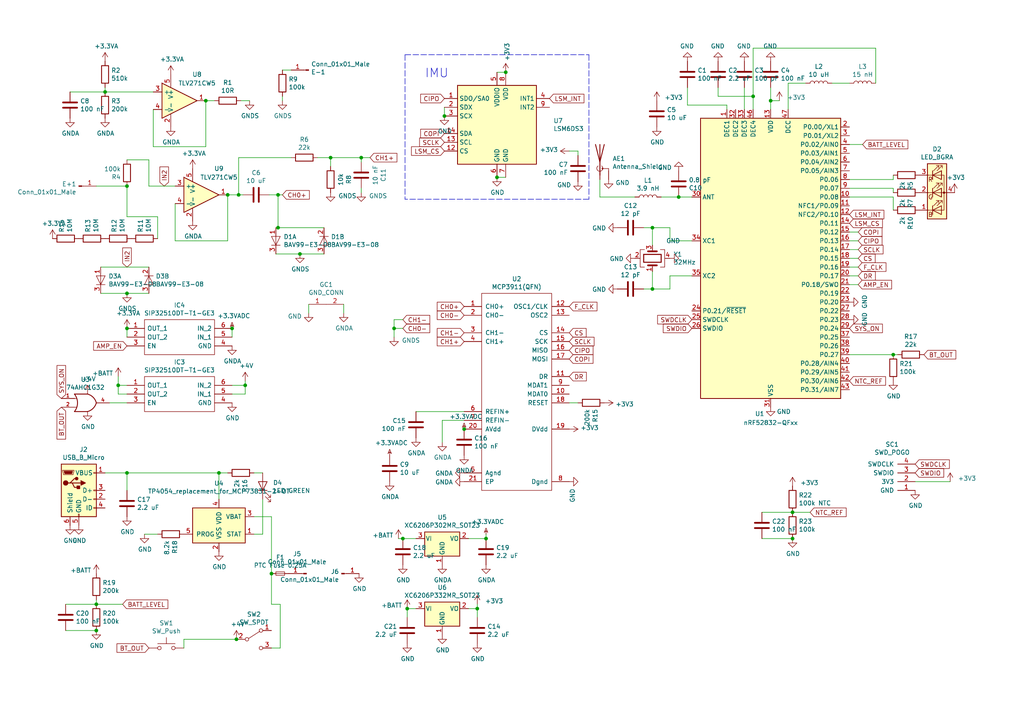
<source format=kicad_sch>
(kicad_sch (version 20211123) (generator eeschema)
  (paper "A4")
  (junction (at 95.885 45.72))
  (junction (at 229.87 148.59))
  (junction (at 104.775 45.72))
  (junction (at 86.995 73.66))
  (junction (at 68.58 185.42))
  (junction (at 36.83 137.16))
  (junction (at 36.83 95.25))
  (junction (at 140.97 156.21))
  (junction (at 229.87 156.21))
  (junction (at 223.52 29.21))
  (junction (at 30.48 26.67))
  (junction (at 36.83 85.09))
  (junction (at 259.08 102.87))
  (junction (at 27.94 182.88))
  (junction (at 27.94 175.26))
  (junction (at 114.3 95.25))
  (junction (at 78.74 166.37))
  (junction (at 218.44 27.94))
  (junction (at 34.29 111.76))
  (junction (at 69.215 56.515))
  (junction (at 36.83 53.975))
  (junction (at 63.5 137.16))
  (junction (at 146.685 20.955))
  (junction (at 67.31 95.25))
  (junction (at 66.04 56.515))
  (junction (at 134.62 124.46))
  (junction (at 71.12 111.76))
  (junction (at 118.11 176.53))
  (junction (at 116.84 156.21))
  (junction (at 189.23 83.82))
  (junction (at 144.145 51.435))
  (junction (at 189.23 66.04))
  (junction (at 80.645 56.515))
  (junction (at 128.905 33.655))
  (junction (at 138.43 176.53))
  (junction (at 196.85 57.15))
  (junction (at 80.645 66.04))
  (junction (at 59.69 29.21))
  (wire (pts (xy 43.18 46.355) (xy 43.18 53.975)))
  (wire (pts (xy 189.23 78.74) (xy 189.23 83.82)))
  (wire (pts (xy 246.38 54.61) (xy 259.08 54.61)))
  (wire (pts (xy 246.38 102.87) (xy 259.08 102.87)))
  (wire (pts (xy 246.38 82.55) (xy 248.92 82.55)))
  (wire (pts (xy 30.48 25.4) (xy 30.48 26.67)))
  (wire (pts (xy 27.94 175.26) (xy 35.56 175.26)))
  (wire (pts (xy 78.105 56.515) (xy 80.645 56.515)))
  (wire (pts (xy 63.5 137.16) (xy 66.04 137.16)))
  (wire (pts (xy 104.775 54.61) (xy 104.775 55.88)))
  (wire (pts (xy 246.38 80.01) (xy 248.92 80.01)))
  (wire (pts (xy 43.18 53.975) (xy 50.8 53.975)))
  (wire (pts (xy 223.52 25.4) (xy 223.52 29.21)))
  (wire (pts (xy 95.885 48.26) (xy 95.885 45.72)))
  (wire (pts (xy 104.775 45.72) (xy 95.885 45.72)))
  (wire (pts (xy 208.28 27.94) (xy 218.44 27.94)))
  (wire (pts (xy 81.28 187.96) (xy 81.28 175.26)))
  (wire (pts (xy 78.74 187.96) (xy 81.28 187.96)))
  (wire (pts (xy 165.1 43.815) (xy 167.64 43.815)))
  (wire (pts (xy 259.08 54.61) (xy 259.08 55.88)))
  (wire (pts (xy 76.2 144.78) (xy 76.2 154.94)))
  (wire (pts (xy 167.64 116.84) (xy 165.1 116.84)))
  (wire (pts (xy 84.455 45.72) (xy 69.215 45.72)))
  (wire (pts (xy 218.44 31.75) (xy 218.44 27.94)))
  (wire (pts (xy 45.72 154.94) (xy 41.91 154.94)))
  (wire (pts (xy 140.97 156.21) (xy 140.97 154.94)))
  (wire (pts (xy 144.145 20.955) (xy 146.685 20.955)))
  (wire (pts (xy 45.72 69.215) (xy 45.72 62.865)))
  (wire (pts (xy 69.85 29.21) (xy 72.39 29.21)))
  (wire (pts (xy 228.6 31.75) (xy 228.6 24.13)))
  (wire (pts (xy 114.3 95.25) (xy 114.3 97.79)))
  (wire (pts (xy 194.31 66.04) (xy 194.31 69.85)))
  (wire (pts (xy 275.59 139.7) (xy 265.43 139.7)))
  (wire (pts (xy 69.215 56.515) (xy 70.485 56.515)))
  (wire (pts (xy 45.72 62.865) (xy 36.83 62.865)))
  (wire (pts (xy 135.89 176.53) (xy 138.43 176.53)))
  (wire (pts (xy 186.69 66.04) (xy 189.23 66.04)))
  (wire (pts (xy 67.31 97.79) (xy 67.31 95.25)))
  (wire (pts (xy 246.38 52.07) (xy 259.08 52.07)))
  (wire (pts (xy 27.94 53.975) (xy 36.83 53.975)))
  (wire (pts (xy 210.82 30.48) (xy 210.82 31.75)))
  (wire (pts (xy 218.44 27.94) (xy 218.44 13.97)))
  (wire (pts (xy 226.06 29.21) (xy 223.52 29.21)))
  (wire (pts (xy 36.83 97.79) (xy 36.83 95.25)))
  (wire (pts (xy 80.01 73.66) (xy 86.995 73.66)))
  (wire (pts (xy 134.62 121.92) (xy 128.27 121.92)))
  (wire (pts (xy 114.3 95.25) (xy 114.3 92.71)))
  (wire (pts (xy 67.31 111.76) (xy 71.12 111.76)))
  (wire (pts (xy 134.62 119.38) (xy 120.65 119.38)))
  (wire (pts (xy 36.83 137.16) (xy 63.5 137.16)))
  (wire (pts (xy 138.43 176.53) (xy 138.43 179.07)))
  (wire (pts (xy 80.645 56.515) (xy 80.645 66.04)))
  (wire (pts (xy 189.23 83.82) (xy 194.31 83.82)))
  (wire (pts (xy 189.23 66.04) (xy 189.23 71.12)))
  (wire (pts (xy 194.31 69.85) (xy 200.66 69.85)))
  (wire (pts (xy 114.3 92.71) (xy 116.84 92.71)))
  (wire (pts (xy 81.915 27.94) (xy 81.915 29.21)))
  (wire (pts (xy 246.38 69.85) (xy 248.92 69.85)))
  (wire (pts (xy 116.84 95.25) (xy 114.3 95.25)))
  (wire (pts (xy 67.31 114.3) (xy 71.12 114.3)))
  (wire (pts (xy 63.5 137.16) (xy 63.5 144.78)))
  (wire (pts (xy 36.83 46.355) (xy 43.18 46.355)))
  (wire (pts (xy 241.3 24.13) (xy 246.38 24.13)))
  (wire (pts (xy 31.75 116.84) (xy 36.83 116.84)))
  (wire (pts (xy 223.52 29.21) (xy 223.52 31.75)))
  (wire (pts (xy 128.27 121.92) (xy 128.27 128.27)))
  (wire (pts (xy 135.89 156.21) (xy 140.97 156.21)))
  (wire (pts (xy 246.38 74.93) (xy 248.92 74.93)))
  (wire (pts (xy 66.04 56.515) (xy 69.215 56.515)))
  (wire (pts (xy 104.775 46.99) (xy 104.775 45.72)))
  (wire (pts (xy 218.44 13.97) (xy 254 13.97)))
  (wire (pts (xy 19.05 175.26) (xy 27.94 175.26)))
  (wire (pts (xy 186.69 83.82) (xy 189.23 83.82)))
  (wire (pts (xy 73.66 137.16) (xy 76.2 137.16)))
  (wire (pts (xy 173.99 57.15) (xy 184.15 57.15)))
  (wire (pts (xy 30.48 26.67) (xy 44.45 26.67)))
  (wire (pts (xy 146.685 51.435) (xy 144.145 51.435)))
  (wire (pts (xy 36.83 111.76) (xy 34.29 111.76)))
  (wire (pts (xy 200.66 80.01) (xy 194.31 80.01)))
  (wire (pts (xy 80.645 66.04) (xy 93.98 66.04)))
  (wire (pts (xy 76.2 154.94) (xy 73.66 154.94)))
  (wire (pts (xy 81.28 175.26) (xy 78.74 175.26)))
  (wire (pts (xy 89.535 88.265) (xy 89.535 90.805)))
  (wire (pts (xy 246.38 72.39) (xy 248.92 72.39)))
  (wire (pts (xy 259.08 52.07) (xy 259.08 50.8)))
  (wire (pts (xy 138.43 176.53) (xy 138.43 175.26)))
  (polyline (pts (xy 170.815 57.785) (xy 117.475 57.785)))
  (wire (pts (xy 208.28 27.94) (xy 208.28 25.4)))
  (wire (pts (xy 215.9 25.4) (xy 215.9 31.75)))
  (wire (pts (xy 20.32 26.67) (xy 30.48 26.67)))
  (wire (pts (xy 120.65 156.21) (xy 116.84 156.21)))
  (wire (pts (xy 259.08 102.87) (xy 260.35 102.87)))
  (wire (pts (xy 71.12 111.76) (xy 71.12 110.49)))
  (wire (pts (xy 259.08 57.15) (xy 259.08 60.96)))
  (wire (pts (xy 246.38 67.31) (xy 248.92 67.31)))
  (wire (pts (xy 120.65 176.53) (xy 118.11 176.53)))
  (wire (pts (xy 84.455 20.32) (xy 81.915 20.32)))
  (wire (pts (xy 36.83 85.09) (xy 43.18 85.09)))
  (wire (pts (xy 86.995 73.66) (xy 93.98 73.66)))
  (wire (pts (xy 36.83 114.3) (xy 34.29 114.3)))
  (wire (pts (xy 194.31 80.01) (xy 194.31 83.82)))
  (wire (pts (xy 107.315 45.72) (xy 104.775 45.72)))
  (wire (pts (xy 44.45 31.75) (xy 44.45 42.545)))
  (wire (pts (xy 29.21 77.47) (xy 43.18 77.47)))
  (wire (pts (xy 29.21 85.09) (xy 36.83 85.09)))
  (wire (pts (xy 118.11 176.53) (xy 118.11 179.07)))
  (wire (pts (xy 99.695 88.265) (xy 99.695 90.805)))
  (wire (pts (xy 80.01 66.04) (xy 80.645 66.04)))
  (wire (pts (xy 196.85 57.15) (xy 200.66 57.15)))
  (wire (pts (xy 80.645 56.515) (xy 81.915 56.515)))
  (wire (pts (xy 189.23 66.04) (xy 194.31 66.04)))
  (wire (pts (xy 229.87 148.59) (xy 234.95 148.59)))
  (wire (pts (xy 19.05 182.88) (xy 27.94 182.88)))
  (wire (pts (xy 59.69 29.21) (xy 62.23 29.21)))
  (wire (pts (xy 36.83 142.24) (xy 36.83 137.16)))
  (wire (pts (xy 50.8 69.85) (xy 66.04 69.85)))
  (wire (pts (xy 78.74 149.86) (xy 78.74 166.37)))
  (wire (pts (xy 246.38 77.47) (xy 248.92 77.47)))
  (wire (pts (xy 59.69 42.545) (xy 59.69 29.21)))
  (wire (pts (xy 246.38 41.91) (xy 250.19 41.91)))
  (wire (pts (xy 167.64 45.085) (xy 167.64 43.815)))
  (wire (pts (xy 27.94 173.99) (xy 27.94 175.26)))
  (wire (pts (xy 92.075 45.72) (xy 95.885 45.72)))
  (wire (pts (xy 116.84 156.21) (xy 115.57 156.21)))
  (wire (pts (xy 73.66 149.86) (xy 78.74 149.86)))
  (wire (pts (xy 34.29 111.76) (xy 34.29 109.22)))
  (wire (pts (xy 228.6 24.13) (xy 233.68 24.13)))
  (wire (pts (xy 30.48 137.16) (xy 36.83 137.16)))
  (wire (pts (xy 246.38 57.15) (xy 259.08 57.15)))
  (wire (pts (xy 173.99 57.15) (xy 173.99 52.07)))
  (wire (pts (xy 68.58 185.42) (xy 53.34 185.42)))
  (wire (pts (xy 220.98 148.59) (xy 229.87 148.59)))
  (wire (pts (xy 44.45 42.545) (xy 59.69 42.545)))
  (wire (pts (xy 199.39 25.4) (xy 199.39 30.48)))
  (wire (pts (xy 220.98 156.21) (xy 229.87 156.21)))
  (polyline (pts (xy 117.475 15.875) (xy 117.475 57.785)))
  (wire (pts (xy 50.8 59.055) (xy 50.8 69.85)))
  (wire (pts (xy 36.83 62.865) (xy 36.83 53.975)))
  (wire (pts (xy 199.39 30.48) (xy 210.82 30.48)))
  (polyline (pts (xy 117.475 15.875) (xy 170.815 15.875)))
  (wire (pts (xy 78.74 175.26) (xy 78.74 166.37)))
  (wire (pts (xy 71.12 114.3) (xy 71.12 111.76)))
  (wire (pts (xy 254 13.97) (xy 254 24.13)))
  (wire (pts (xy 128.905 31.115) (xy 128.905 33.655)))
  (wire (pts (xy 34.29 114.3) (xy 34.29 111.76)))
  (wire (pts (xy 66.04 69.85) (xy 66.04 56.515)))
  (wire (pts (xy 69.215 45.72) (xy 69.215 56.515)))
  (wire (pts (xy 191.77 57.15) (xy 196.85 57.15)))
  (polyline (pts (xy 170.815 15.875) (xy 170.815 57.785)))
  (wire (pts (xy 53.34 185.42) (xy 53.34 187.96)))
  (text "IMU" (at 123.19 22.86 0) (effects (font (size 2.54 2.54)) (justify left bottom)))
  (global_label "F_CLK" (shape input) (at 248.92 77.47 0) (property "Intersheet References" "${INTERSHEET_REFS}" (effects hide)))
  (global_label "AMP_EN" (shape input) (at 248.92 82.55 0) (property "Intersheet References" "${INTERSHEET_REFS}" (effects hide)))
  (global_label "BT_OUT" (shape input) (at 43.18 187.96 180) (property "Intersheet References" "${INTERSHEET_REFS}" (effects hide)))
  (global_label "SCLK" (shape input) (at 248.92 72.39 0) (property "Intersheet References" "${INTERSHEET_REFS}" (effects hide)))
  (global_label "BT_OUT" (shape input) (at 267.97 102.87 0) (property "Intersheet References" "${INTERSHEET_REFS}" (effects hide)))
  (global_label "DR" (shape input) (at 248.92 80.01 0) (property "Intersheet References" "${INTERSHEET_REFS}" (effects hide)))
  (global_label "SWDIO" (shape input) (at 265.43 137.16 0) (property "Intersheet References" "${INTERSHEET_REFS}" (effects hide)))
  (global_label "COPI" (shape input) (at 248.92 67.31 0) (property "Intersheet References" "${INTERSHEET_REFS}" (effects hide)))
  (global_label "AMP_EN" (shape input) (at 36.83 100.33 180) (property "Intersheet References" "${INTERSHEET_REFS}" (effects hide)))
  (global_label "CH0+" (shape input) (at 81.915 56.515 0) (property "Intersheet References" "${INTERSHEET_REFS}" (effects hide)))
  (global_label "CS" (shape input) (at 248.92 74.93 0) (property "Intersheet References" "${INTERSHEET_REFS}" (effects hide)))
  (global_label "BATT_LEVEL" (shape input) (at 35.56 175.26 0) (property "Intersheet References" "${INTERSHEET_REFS}" (effects hide)))
  (global_label "SWDIO" (shape input) (at 200.66 95.25 180) (property "Intersheet References" "${INTERSHEET_REFS}" (effects hide)))
  (global_label "F_CLK" (shape input) (at 165.1 88.9 0) (property "Intersheet References" "${INTERSHEET_REFS}" (effects hide)))
  (global_label "SWDCLK" (shape input) (at 200.66 92.71 180) (property "Intersheet References" "${INTERSHEET_REFS}" (effects hide)))
  (global_label "CIPO" (shape input) (at 165.1 101.6 0) (property "Intersheet References" "${INTERSHEET_REFS}" (effects hide)))
  (global_label "SYS_ON" (shape input) (at 17.78 115.57 90) (property "Intersheet References" "${INTERSHEET_REFS}" (effects hide)))
  (global_label "CIPO" (shape input) (at 248.92 69.85 0) (property "Intersheet References" "${INTERSHEET_REFS}" (effects hide)))
  (global_label "CH0-" (shape input) (at 116.84 95.25 0) (property "Intersheet References" "${INTERSHEET_REFS}" (effects hide)))
  (global_label "CH1+" (shape input) (at 134.62 99.06 180) (property "Intersheet References" "${INTERSHEET_REFS}" (effects hide)))
  (global_label "LSM_INT" (shape input) (at 159.385 28.575 0) (property "Intersheet References" "${INTERSHEET_REFS}" (effects hide)))
  (global_label "LSM_CS" (shape input) (at 246.38 64.77 0) (property "Intersheet References" "${INTERSHEET_REFS}" (effects hide)))
  (global_label "SCLK" (shape input) (at 128.905 41.275 180) (property "Intersheet References" "${INTERSHEET_REFS}" (effects hide)))
  (global_label "IN2" (shape input) (at 47.625 53.975 90) (property "Intersheet References" "${INTERSHEET_REFS}" (effects hide)))
  (global_label "CH1+" (shape input) (at 107.315 45.72 0) (property "Intersheet References" "${INTERSHEET_REFS}" (effects hide)))
  (global_label "SCLK" (shape input) (at 165.1 99.06 0) (property "Intersheet References" "${INTERSHEET_REFS}" (effects hide)))
  (global_label "CH1-" (shape input) (at 116.84 92.71 0) (property "Intersheet References" "${INTERSHEET_REFS}" (effects hide)))
  (global_label "DR" (shape input) (at 165.1 109.22 0) (property "Intersheet References" "${INTERSHEET_REFS}" (effects hide)))
  (global_label "CH0+" (shape input) (at 134.62 88.9 180) (property "Intersheet References" "${INTERSHEET_REFS}" (effects hide)))
  (global_label "COPI" (shape input) (at 165.1 104.14 0) (property "Intersheet References" "${INTERSHEET_REFS}" (effects hide)))
  (global_label "BATT_LEVEL" (shape input) (at 250.19 41.91 0) (property "Intersheet References" "${INTERSHEET_REFS}" (effects hide)))
  (global_label "CH0-" (shape input) (at 134.62 91.44 180) (property "Intersheet References" "${INTERSHEET_REFS}" (effects hide)))
  (global_label "CS" (shape input) (at 165.1 96.52 0) (property "Intersheet References" "${INTERSHEET_REFS}" (effects hide)))
  (global_label "NTC_REF" (shape input) (at 234.95 148.59 0) (property "Intersheet References" "${INTERSHEET_REFS}" (effects hide)))
  (global_label "IN2" (shape input) (at 36.83 77.47 90) (property "Intersheet References" "${INTERSHEET_REFS}" (effects hide)))
  (global_label "LSM_CS" (shape input) (at 128.905 43.815 180) (property "Intersheet References" "${INTERSHEET_REFS}" (effects hide)))
  (global_label "CH1-" (shape input) (at 134.62 96.52 180) (property "Intersheet References" "${INTERSHEET_REFS}" (effects hide)))
  (global_label "CIPO" (shape input) (at 128.905 28.575 180) (property "Intersheet References" "${INTERSHEET_REFS}" (effects hide)))
  (global_label "SWDCLK" (shape input) (at 265.43 134.62 0) (property "Intersheet References" "${INTERSHEET_REFS}" (effects hide)))
  (global_label "COPI" (shape input) (at 128.905 38.735 180) (property "Intersheet References" "${INTERSHEET_REFS}" (effects hide)))
  (global_label "NTC_REF" (shape input) (at 246.38 110.49 0) (property "Intersheet References" "${INTERSHEET_REFS}" (effects hide)))
  (global_label "BT_OUT" (shape input) (at 17.78 118.11 270) (property "Intersheet References" "${INTERSHEET_REFS}" (effects hide)))
  (global_label "LSM_INT" (shape input) (at 246.38 62.23 0) (property "Intersheet References" "${INTERSHEET_REFS}" (effects hide)))
  (global_label "SYS_ON" (shape input) (at 246.38 95.25 0) (property "Intersheet References" "${INTERSHEET_REFS}" (effects hide)))
  (symbol (lib_id "ultimate_library:nRF52832-QFxx") (at 223.52 74.93 0) (unit 1)
    (property "Reference" "U1" (at 220.345 120.015 0))
    (property "Value" "nRF52832-QFxx" (at 223.52 122.6058 0))
    (property "Footprint" "ultimate_library:QFN-48-1EP_6x6mm_Pitch0.4mm" (effects hide))
    (property "Datasheet" "http://infocenter.nordicsemi.com/pdf/nRF52832_PS_v1.4.pdf" (effects hide))
    (property "JLCPN" "C77540" (effects hide))
  )
  (symbol (lib_id "ultimate_library:MCP1703A-3302_SOT23-Regulator_Linear") (at 128.27 176.53 0) (unit 1)
    (property "Reference" "U6" (at 128.27 170.3832 0))
    (property "Value" "XC6206P332MR_SOT23" (at 128.27 172.6946 0))
    (property "Footprint" "Package_TO_SOT_SMD:SOT-23" (effects hide))
    (property "Datasheet" "http://ww1.microchip.com/downloads/en/DeviceDoc/20005122B.pdf" (effects hide))
    (property "JLCPN" "C5446" (effects hide))
  )
  (symbol (lib_id "Device:C") (at 208.28 21.59 180) (unit 1)
    (property "Reference" "C2" (at 211.201 20.4216 0) (effects (justify right)))
    (property "Value" "2.2 uF" (at 211.201 22.733 0) (effects (justify right)))
    (property "Footprint" "Capacitor_SMD:C_0402_1005Metric" (effects hide))
    (property "JLCPN" "C12530" (effects hide))
  )
  (symbol (lib_id "Device:C") (at 215.9 21.59 180) (unit 1)
    (property "Reference" "C3" (at 218.821 20.4216 0) (effects (justify right)))
    (property "Value" "100 pF" (at 218.821 22.733 0) (effects (justify right)))
    (property "Footprint" "Capacitor_SMD:C_0402_1005Metric" (effects hide))
    (property "JLCPN" "C106200" (effects hide))
  )
  (symbol (lib_id "Device:C") (at 223.52 21.59 180) (unit 1)
    (property "Reference" "C4" (at 226.441 20.4216 0) (effects (justify right)))
    (property "Value" "100 nF" (at 226.441 22.733 0) (effects (justify right)))
    (property "Footprint" "Capacitor_SMD:C_0402_1005Metric" (effects hide))
    (property "JLCPN" "C1525" (effects hide))
  )
  (symbol (lib_id "Device:C") (at 199.39 21.59 180) (unit 1)
    (property "Reference" "C1" (at 202.311 20.4216 0) (effects (justify right)))
    (property "Value" "100 nF" (at 202.311 22.733 0) (effects (justify right)))
    (property "Footprint" "Capacitor_SMD:C_0402_1005Metric" (effects hide))
    (property "JLCPN" "C1525" (effects hide))
  )
  (symbol (lib_id "power:+3.3V") (at 138.43 175.26 0) (unit 1)
    (property "Reference" "#PWR061" (effects hide))
    (property "Value" "+3.3V" (at 140.6652 174.3202 0) (effects (justify left)))
  )
  (symbol (lib_id "Device:C") (at 118.11 182.88 180) (unit 1)
    (property "Reference" "C21" (at 115.2144 181.7116 0) (effects (justify left)))
    (property "Value" "2.2 uF" (at 115.2144 184.023 0) (effects (justify left)))
    (property "Footprint" "Capacitor_SMD:C_0402_1005Metric" (effects hide))
    (property "JLCPN" "C12530" (effects hide))
  )
  (symbol (lib_id "Device:C") (at 138.43 182.88 180) (unit 1)
    (property "Reference" "C14" (at 141.351 181.7116 0) (effects (justify right)))
    (property "Value" "2.2 uF" (at 141.351 184.023 0) (effects (justify right)))
    (property "Footprint" "Capacitor_SMD:C_0402_1005Metric" (effects hide))
    (property "JLCPN" "C12530" (effects hide))
  )
  (symbol (lib_id "Device:C") (at 182.88 66.04 90) (unit 1)
    (property "Reference" "C12" (at 182.88 59.6392 90))
    (property "Value" "12 pF" (at 182.88 61.9506 90))
    (property "Footprint" "Capacitor_SMD:C_0402_1005Metric" (effects hide))
    (property "JLCPN" "C1547" (effects hide))
  )
  (symbol (lib_id "Device:C") (at 182.88 83.82 90) (unit 1)
    (property "Reference" "C13" (at 182.88 77.4192 90))
    (property "Value" "12 pF" (at 182.88 79.7306 90))
    (property "Footprint" "Capacitor_SMD:C_0402_1005Metric" (effects hide))
    (property "JLCPN" "C1547" (effects hide))
  )
  (symbol (lib_id "power:GND") (at 223.52 118.11 0) (unit 1)
    (property "Reference" "#PWR036" (effects hide))
    (property "Value" "GND" (at 227.33 119.38 0))
  )
  (symbol (lib_id "power:GND") (at 179.07 83.82 270) (unit 1)
    (property "Reference" "#PWR028" (effects hide))
    (property "Value" "GND" (at 175.8188 83.947 90) (effects (justify right)))
  )
  (symbol (lib_id "power:GND") (at 179.07 66.04 270) (unit 1)
    (property "Reference" "#PWR024" (effects hide))
    (property "Value" "GND" (at 175.8188 66.167 90) (effects (justify right)))
  )
  (symbol (lib_id "power:GND") (at 199.39 17.78 180) (unit 1)
    (property "Reference" "#PWR02" (effects hide))
    (property "Value" "GND" (at 199.263 13.3858 0))
  )
  (symbol (lib_id "power:GND") (at 208.28 17.78 180) (unit 1)
    (property "Reference" "#PWR03" (effects hide))
    (property "Value" "GND" (at 208.153 13.3858 0))
  )
  (symbol (lib_id "power:GND") (at 215.9 17.78 180) (unit 1)
    (property "Reference" "#PWR04" (effects hide))
    (property "Value" "GND" (at 215.773 13.3858 0))
  )
  (symbol (lib_id "power:GND") (at 223.52 17.78 180) (unit 1)
    (property "Reference" "#PWR05" (effects hide))
    (property "Value" "GND" (at 223.393 13.3858 0))
  )
  (symbol (lib_id "power:GND") (at 184.15 74.93 270) (unit 1)
    (property "Reference" "#PWR026" (effects hide))
    (property "Value" "GND" (at 180.8988 75.057 90) (effects (justify right)))
  )
  (symbol (lib_id "power:GND") (at 194.31 74.93 90) (unit 1)
    (property "Reference" "#PWR027" (effects hide))
    (property "Value" "GND" (at 195.2498 69.85 90))
  )
  (symbol (lib_id "Device:Crystal_GND24") (at 189.23 74.93 90) (unit 1)
    (property "Reference" "Y1" (at 195.3514 73.7616 90) (effects (justify right)))
    (property "Value" "32MHz" (at 195.3514 76.073 90) (effects (justify right)))
    (property "Footprint" "Crystal:Crystal_SMD_2016-4Pin_2.0x1.6mm" (effects hide))
    (property "JLCPN" "C843260" (effects hide))
  )
  (symbol (lib_id "Device:C") (at 196.85 53.34 0) (mirror x) (unit 1)
    (property "Reference" "C10" (at 199.771 54.5084 0) (effects (justify left)))
    (property "Value" "0.8 pF" (at 199.771 52.197 0) (effects (justify left)))
    (property "Footprint" "Capacitor_SMD:C_0402_1005Metric" (effects hide))
    (property "JLCPN" "C88902" (effects hide))
  )
  (symbol (lib_id "Device:L") (at 187.96 57.15 90) (unit 1)
    (property "Reference" "L1" (at 187.96 52.324 90))
    (property "Value" "3.9 nH" (at 187.96 54.6354 90))
    (property "Footprint" "Inductor_SMD:L_0402_1005Metric" (effects hide))
    (property "JLCPN" "C14033" (effects hide))
  )
  (symbol (lib_id "power:GND") (at 196.85 49.53 0) (mirror x) (unit 1)
    (property "Reference" "#PWR019" (effects hide))
    (property "Value" "GND" (at 194.8688 48.5902 0) (effects (justify right)))
  )
  (symbol (lib_id "power:GND") (at 118.11 186.69 0) (unit 1)
    (property "Reference" "#PWR066" (effects hide))
    (property "Value" "GND" (at 118.237 191.0842 0))
  )
  (symbol (lib_id "power:GND") (at 138.43 186.69 0) (unit 1)
    (property "Reference" "#PWR067" (effects hide))
    (property "Value" "GND" (at 138.557 191.0842 0))
  )
  (symbol (lib_id "power:+BATT") (at 118.11 176.53 0) (unit 1)
    (property "Reference" "#PWR062" (effects hide))
    (property "Value" "+BATT" (at 116.6622 175.5902 0) (effects (justify right)))
  )
  (symbol (lib_id "power:GND") (at 128.27 184.15 0) (unit 1)
    (property "Reference" "#PWR064" (effects hide))
    (property "Value" "GND" (at 128.397 188.5442 0))
  )
  (symbol (lib_id "Device:R") (at 262.89 50.8 270) (unit 1)
    (property "Reference" "R5" (at 264.0584 52.578 0) (effects (justify left)))
    (property "Value" "2k" (at 261.747 52.578 0) (effects (justify left)))
    (property "Footprint" "Resistor_SMD:R_0402_1005Metric" (effects hide))
    (property "JLCPN" "C4109" (effects hide))
  )
  (symbol (lib_id "power:GND") (at 165.1 139.7 90) (unit 1)
    (property "Reference" "#PWR046" (effects hide))
    (property "Value" "GND" (at 166.0398 141.6812 0) (effects (justify right)))
  )
  (symbol (lib_id "power:GNDA") (at 134.62 137.16 270) (unit 1)
    (property "Reference" "#PWR044" (effects hide))
    (property "Value" "GNDA" (at 131.3942 137.287 90) (effects (justify right)))
  )
  (symbol (lib_id "ultimate_library:MCP1703A-3302_SOT23-Regulator_Linear") (at 128.27 156.21 0) (unit 1)
    (property "Reference" "U5" (at 128.27 150.0632 0))
    (property "Value" "XC6206P302MR_SOT23" (at 128.27 152.3746 0))
    (property "Footprint" "Package_TO_SOT_SMD:SOT-23" (effects hide))
    (property "Datasheet" "http://ww1.microchip.com/downloads/en/DeviceDoc/20005122B.pdf" (effects hide))
    (property "JLCPN" "C9972" (effects hide))
  )
  (symbol (lib_id "power:GNDA") (at 128.27 163.83 0) (unit 1)
    (property "Reference" "#PWR057" (effects hide))
    (property "Value" "GNDA" (at 128.397 168.2242 0))
  )
  (symbol (lib_id "power:GNDA") (at 140.97 163.83 0) (unit 1)
    (property "Reference" "#PWR058" (effects hide))
    (property "Value" "GNDA" (at 141.097 168.2242 0))
  )
  (symbol (lib_id "Device:C") (at 140.97 160.02 180) (unit 1)
    (property "Reference" "C19" (at 143.891 158.8516 0) (effects (justify right)))
    (property "Value" "2.2 uF" (at 143.891 161.163 0) (effects (justify right)))
    (property "Footprint" "Capacitor_SMD:C_0402_1005Metric" (effects hide))
    (property "JLCPN" "C12530" (effects hide))
  )
  (symbol (lib_id "Device:R") (at 81.915 24.13 180) (unit 1)
    (property "Reference" "R9" (at 83.693 22.9616 0) (effects (justify right)))
    (property "Value" "100k" (at 83.693 25.273 0) (effects (justify right)))
    (property "Footprint" "Resistor_SMD:R_0402_1005Metric" (effects hide))
    (property "JLCPN" "C25741" (effects hide))
  )
  (symbol (lib_id "Device:C") (at 116.84 160.02 180) (unit 1)
    (property "Reference" "C18" (at 119.761 158.8516 0) (effects (justify right)))
    (property "Value" "2.2 uF" (at 119.761 161.163 0) (effects (justify right)))
    (property "Footprint" "Capacitor_SMD:C_0402_1005Metric" (effects hide))
    (property "JLCPN" "C12530" (effects hide))
  )
  (symbol (lib_id "power:GND") (at 116.84 163.83 0) (unit 1)
    (property "Reference" "#PWR056" (effects hide))
    (property "Value" "GND" (at 116.967 168.2242 0))
  )
  (symbol (lib_id "Device:C") (at 120.65 123.19 180) (unit 1)
    (property "Reference" "C15" (at 117.729 122.0216 0) (effects (justify left)))
    (property "Value" "100 nF" (at 117.729 124.333 0) (effects (justify left)))
    (property "Footprint" "Capacitor_SMD:C_0402_1005Metric" (effects hide))
    (property "JLCPN" "C1525" (effects hide))
  )
  (symbol (lib_id "power:GNDA") (at 120.65 127 0) (unit 1)
    (property "Reference" "#PWR040" (effects hide))
    (property "Value" "GNDA" (at 120.777 131.3942 0))
  )
  (symbol (lib_id "power:GNDS") (at 72.39 29.21 0) (unit 1)
    (property "Reference" "#PWR01" (effects hide))
    (property "Value" "GNDS" (at 72.517 33.6042 0))
  )
  (symbol (lib_id "Device:R") (at 66.04 29.21 270) (unit 1)
    (property "Reference" "R1" (at 66.04 23.9522 90))
    (property "Value" "10R" (at 66.04 26.2636 90))
    (property "Footprint" "Resistor_SMD:R_0402_1005Metric" (effects hide))
    (property "JLCPN" "C25077" (effects hide))
  )
  (symbol (lib_id "Device:R") (at 30.48 21.59 180) (unit 1)
    (property "Reference" "R2" (at 32.258 20.4216 0) (effects (justify right)))
    (property "Value" "510k" (at 32.258 22.733 0) (effects (justify right)))
    (property "Footprint" "Resistor_SMD:R_0402_1005Metric" (effects hide))
    (property "JLCPN" "C11616" (effects hide))
  )
  (symbol (lib_id "Switch:SW_SPDT") (at 73.66 185.42 0) (unit 1)
    (property "Reference" "SW2" (at 73.66 178.181 0))
    (property "Value" "SW_SPDT" (at 73.66 180.4924 0))
    (property "Footprint" "Button_Switch_SMD:SW_SPDT_PCM12" (effects hide))
  )
  (symbol (lib_id "Device:R") (at 30.48 30.48 180) (unit 1)
    (property "Reference" "R3" (at 32.258 29.3116 0) (effects (justify right)))
    (property "Value" "200k" (at 32.258 31.623 0) (effects (justify right)))
    (property "Footprint" "Resistor_SMD:R_0402_1005Metric" (effects hide))
    (property "JLCPN" "C25764" (effects hide))
  )
  (symbol (lib_id "Device:C") (at 20.32 30.48 180) (unit 1)
    (property "Reference" "C8" (at 23.241 29.3116 0) (effects (justify right)))
    (property "Value" "100 nF" (at 23.241 31.623 0) (effects (justify right)))
    (property "Footprint" "Capacitor_SMD:C_0402_1005Metric" (effects hide))
    (property "JLCPN" "C1525" (effects hide))
  )
  (symbol (lib_id "power:+3.3VA") (at 30.48 17.78 0) (unit 1)
    (property "Reference" "#PWR08" (effects hide))
    (property "Value" "+3.3VA" (at 30.861 13.3858 0))
  )
  (symbol (lib_id "Device:R") (at 27.94 179.07 0) (unit 1)
    (property "Reference" "R20" (at 29.718 177.9016 0) (effects (justify left)))
    (property "Value" "100k" (at 29.718 180.213 0) (effects (justify left)))
    (property "Footprint" "Resistor_SMD:R_0402_1005Metric" (effects hide))
    (property "JLCPN" "C25741" (effects hide))
  )
  (symbol (lib_id "Device:R") (at 27.94 170.18 0) (unit 1)
    (property "Reference" "R19" (at 29.718 169.0116 0) (effects (justify left)))
    (property "Value" "200k" (at 29.718 171.323 0) (effects (justify left)))
    (property "Footprint" "Resistor_SMD:R_0402_1005Metric" (effects hide))
    (property "JLCPN" "C25764" (effects hide))
  )
  (symbol (lib_id "power:+BATT") (at 27.94 166.37 0) (unit 1)
    (property "Reference" "#PWR059" (effects hide))
    (property "Value" "+BATT" (at 26.4922 165.4302 0) (effects (justify right)))
  )
  (symbol (lib_id "Device:C") (at 74.295 56.515 90) (unit 1)
    (property "Reference" "C6" (at 74.295 50.1142 90))
    (property "Value" "10 uF" (at 74.295 52.4256 90))
    (property "Footprint" "Capacitor_SMD:C_0402_1005Metric" (effects hide))
    (property "JLCPN" "C315248" (effects hide))
  )
  (symbol (lib_id "Device:C") (at 19.05 179.07 180) (unit 1)
    (property "Reference" "C20" (at 21.971 177.9016 0) (effects (justify right)))
    (property "Value" "100 nF" (at 21.971 180.213 0) (effects (justify right)))
    (property "Footprint" "Capacitor_SMD:C_0402_1005Metric" (effects hide))
    (property "JLCPN" "C1525" (effects hide))
  )
  (symbol (lib_id "power:GNDA") (at 30.48 34.29 0) (unit 1)
    (property "Reference" "#PWR017" (effects hide))
    (property "Value" "GNDA" (at 30.607 38.6842 0))
  )
  (symbol (lib_id "power:GNDA") (at 20.32 34.29 0) (unit 1)
    (property "Reference" "#PWR016" (effects hide))
    (property "Value" "GNDA" (at 20.447 38.6842 0))
  )
  (symbol (lib_id "power:GND") (at 27.94 182.88 0) (unit 1)
    (property "Reference" "#PWR063" (effects hide))
    (property "Value" "GND" (at 28.067 187.2742 0))
  )
  (symbol (lib_id "power:GND") (at 265.43 142.24 0) (unit 1)
    (property "Reference" "#PWR047" (effects hide))
    (property "Value" "GND" (at 265.557 146.6342 0))
  )
  (symbol (lib_id "power:+3.3V") (at 275.59 139.7 0) (unit 1)
    (property "Reference" "#PWR043" (effects hide))
    (property "Value" "+3.3V" (at 277.8252 138.7602 0) (effects (justify left)))
  )
  (symbol (lib_id "power:GNDS") (at 114.3 97.79 0) (unit 1)
    (property "Reference" "#PWR029" (effects hide))
    (property "Value" "GNDS" (at 116.5352 98.7298 0) (effects (justify left)))
  )
  (symbol (lib_id "Device:R") (at 262.89 55.88 270) (unit 1)
    (property "Reference" "R7" (at 264.0584 57.658 0) (effects (justify left)))
    (property "Value" "2k" (at 261.747 57.658 0) (effects (justify left)))
    (property "Footprint" "Resistor_SMD:R_0402_1005Metric" (effects hide))
    (property "JLCPN" "C4109" (effects hide))
  )
  (symbol (lib_id "Device:R") (at 262.89 60.96 270) (unit 1)
    (property "Reference" "R10" (at 264.0584 62.738 0) (effects (justify left)))
    (property "Value" "2k" (at 261.747 62.738 0) (effects (justify left)))
    (property "Footprint" "Resistor_SMD:R_0402_1005Metric" (effects hide))
    (property "JLCPN" "C4109" (effects hide))
  )
  (symbol (lib_id "power:+3.3V") (at 276.86 55.88 0) (unit 1)
    (property "Reference" "#PWR020" (effects hide))
    (property "Value" "+3.3V" (at 277.241 51.4858 0))
  )
  (symbol (lib_id "power:GNDS") (at 81.915 29.21 0) (unit 1)
    (property "Reference" "#PWR023" (effects hide))
    (property "Value" "GNDS" (at 82.042 33.6042 0))
  )
  (symbol (lib_id "Device:R") (at 171.45 116.84 90) (unit 1)
    (property "Reference" "R15" (at 172.6184 118.618 0) (effects (justify right)))
    (property "Value" "200k" (at 170.307 118.618 0) (effects (justify right)))
    (property "Footprint" "Resistor_SMD:R_0402_1005Metric" (effects hide))
    (property "JLCPN" "C25764" (effects hide))
  )
  (symbol (lib_id "power:+3.3V") (at 175.26 116.84 270) (unit 1)
    (property "Reference" "#PWR034" (effects hide))
    (property "Value" "+3.3V" (at 178.5112 117.221 90) (effects (justify left)))
  )
  (symbol (lib_id "Connector:Conn_01x01_Male") (at 88.9 166.37 180) (unit 1)
    (property "Reference" "J5" (at 86.1822 160.655 0))
    (property "Value" "Conn_01x01_Male" (at 86.1822 162.9664 0))
    (property "Footprint" "Pin_Headers:Pin_Header_Straight_1x01_Pitch2.54mm" (effects hide))
  )
  (symbol (lib_id "Switch:SW_Push") (at 48.26 187.96 0) (unit 1)
    (property "Reference" "SW1" (at 48.26 180.721 0))
    (property "Value" "SW_Push" (at 48.26 183.0324 0))
    (property "Footprint" "ultimate_library:BTN_HY_1185" (effects hide))
  )
  (symbol (lib_id "Connector:Conn_01x01_Male") (at 22.86 53.975 0) (unit 1)
    (property "Reference" "E+1" (at 22.1488 53.3908 0) (effects (justify right)))
    (property "Value" "Conn_01x01_Male" (at 22.1488 55.7022 0) (effects (justify right)))
    (property "Footprint" "Connector_PinHeader_2.54mm:PinHeader_1x01_P2.54mm_Vertical" (effects hide))
  )
  (symbol (lib_id "Connector:Conn_01x01_Male") (at 89.535 20.32 180) (unit 1)
    (property "Reference" "E-1" (at 90.2462 20.9042 0) (effects (justify right)))
    (property "Value" "Conn_01x01_Male" (at 90.2462 18.5928 0) (effects (justify right)))
    (property "Footprint" "Connector_PinHeader_2.54mm:PinHeader_1x01_P2.54mm_Vertical" (effects hide))
  )
  (symbol (lib_id "power:+3.3V") (at 226.06 29.21 0) (unit 1)
    (property "Reference" "#PWR010" (effects hide))
    (property "Value" "+3.3V" (at 228.2952 28.2702 0) (effects (justify left)))
  )
  (symbol (lib_id "power:+BATT") (at 34.29 109.22 0) (unit 1)
    (property "Reference" "#PWR065" (effects hide))
    (property "Value" "+BATT" (at 32.8422 108.2802 0) (effects (justify right)))
  )
  (symbol (lib_id "Connector:USB_B_Micro") (at 22.86 142.24 0) (unit 1)
    (property "Reference" "J2" (at 24.257 130.3782 0))
    (property "Value" "USB_B_Micro" (at 24.257 132.6896 0))
    (property "Footprint" "ultimate_library:conn_usb_B_micro_smd_our" (effects hide))
  )
  (symbol (lib_id "power:GND") (at 22.86 152.4 0) (unit 1)
    (property "Reference" "#PWR050" (effects hide))
    (property "Value" "GND" (at 22.987 156.7942 0))
  )
  (symbol (lib_id "power:GND") (at 20.32 152.4 0) (unit 1)
    (property "Reference" "#PWR049" (effects hide))
    (property "Value" "GND" (at 20.447 156.7942 0))
  )
  (symbol (lib_id "power:GND") (at 41.91 154.94 0) (unit 1)
    (property "Reference" "#PWR051" (effects hide))
    (property "Value" "GND" (at 42.037 159.3342 0))
  )
  (symbol (lib_id "power:GND") (at 63.5 160.02 0) (unit 1)
    (property "Reference" "#PWR055" (effects hide))
    (property "Value" "GND" (at 63.627 164.4142 0))
  )
  (symbol (lib_id "Connector:Conn_01x01_Male") (at 99.06 166.37 0) (unit 1)
    (property "Reference" "J6" (at 98.3488 165.7858 0) (effects (justify right)))
    (property "Value" "Conn_01x01_Male" (at 98.3488 168.0972 0) (effects (justify right)))
    (property "Footprint" "Connector_PinHeader_2.54mm:PinHeader_1x01_P2.54mm_Vertical" (effects hide))
  )
  (symbol (lib_id "power:GND") (at 104.14 166.37 0) (unit 1)
    (property "Reference" "#PWR060" (effects hide))
    (property "Value" "GND" (at 104.267 170.7642 0))
  )
  (symbol (lib_id "ultimate_library:SIP32509DT-T1-GE3-SIP32509DT-T1-GE3") (at 36.83 111.76 0) (unit 1)
    (property "Reference" "IC3" (at 52.07 105.029 0))
    (property "Value" "SIP32510DT-T1-GE3" (at 52.07 107.3404 0))
    (property "Footprint" "Package_TO_SOT_SMD:TSOT-23-6" (effects hide))
    (property "Datasheet" "http://www.mouser.com/datasheet/2/427/sip32508-469358.pdf" (effects hide))
    (property "Description" "Power Switch ICs - Power Distribution 1.1V to 5.5V Slew Rt 3A Cntrld Load Swtch" (effects hide))
    (property "Height" "1.1" (effects hide))
    (property "Manufacturer_Name" "Vishay" (effects hide))
    (property "Manufacturer_Part_Number" "SIP32509DT-T1-GE3" (effects hide))
    (property "JLCPN" "C145264" (effects hide))
  )
  (symbol (lib_id "power:GND") (at 67.31 116.84 0) (unit 1)
    (property "Reference" "#PWR037" (effects hide))
    (property "Value" "GND" (at 67.437 121.2342 0))
  )
  (symbol (lib_id "Device:C") (at 36.83 146.05 180) (unit 1)
    (property "Reference" "C17" (at 39.751 144.8816 0) (effects (justify right)))
    (property "Value" "2.2 uF" (at 39.751 147.193 0) (effects (justify right)))
    (property "Footprint" "Capacitor_SMD:C_0402_1005Metric" (effects hide))
    (property "JLCPN" "C12530" (effects hide))
  )
  (symbol (lib_id "power:GND") (at 36.83 149.86 0) (unit 1)
    (property "Reference" "#PWR048" (effects hide))
    (property "Value" "GND" (at 36.957 154.2542 0))
  )
  (symbol (lib_id "Device:R") (at 19.05 69.215 270) (unit 1)
    (property "Reference" "R14" (at 17.8816 67.437 0) (effects (justify right)))
    (property "Value" "10М" (at 20.193 67.437 0) (effects (justify right)))
    (property "Footprint" "Resistor_SMD:R_0402_1005Metric" (effects hide))
    (property "JLCPN" "C26082" (effects hide))
  )
  (symbol (lib_id "ultimate_library:MCP3911(QFN)") (at 148.59 115.57 0) (unit 1)
    (property "Reference" "U2" (at 149.86 80.899 0))
    (property "Value" "MCP3911(QFN)" (at 149.86 83.2104 0))
    (property "Footprint" "Package_DFN_QFN:QFN-20-1EP_4x4mm_P0.5mm_EP2.5x2.5mm" (effects hide))
  )
  (symbol (lib_id "power:GNDA") (at 134.62 139.7 270) (unit 1)
    (property "Reference" "#PWR045" (effects hide))
    (property "Value" "GNDA" (at 131.3942 139.827 90) (effects (justify right)))
  )
  (symbol (lib_id "Device:C") (at 134.62 128.27 180) (unit 1)
    (property "Reference" "C16" (at 137.541 127.1016 0) (effects (justify right)))
    (property "Value" "100 nF" (at 137.541 129.413 0) (effects (justify right)))
    (property "Footprint" "Capacitor_SMD:C_0402_1005Metric" (effects hide))
    (property "JLCPN" "C1525" (effects hide))
  )
  (symbol (lib_id "power:GNDA") (at 134.62 132.08 0) (unit 1)
    (property "Reference" "#PWR042" (effects hide))
    (property "Value" "GNDA" (at 134.747 136.4742 0))
  )
  (symbol (lib_id "power:+3.3V") (at 165.1 124.46 270) (mirror x) (unit 1)
    (property "Reference" "#PWR039" (effects hide))
    (property "Value" "+3.3V" (at 168.3512 124.079 90) (effects (justify left)))
  )
  (symbol (lib_id "power:GNDA") (at 128.27 128.27 0) (unit 1)
    (property "Reference" "#PWR041" (effects hide))
    (property "Value" "GNDA" (at 128.397 132.6642 0))
  )
  (symbol (lib_id "power:GNDS") (at 95.885 55.88 0) (unit 1)
    (property "Reference" "#PWR021" (effects hide))
    (property "Value" "GNDS" (at 98.1202 56.8198 0) (effects (justify left)))
  )
  (symbol (lib_id "power:GNDS") (at 104.775 55.88 0) (unit 1)
    (property "Reference" "#PWR022" (effects hide))
    (property "Value" "GNDS" (at 107.0102 56.8198 0) (effects (justify left)))
  )
  (symbol (lib_id "power:+3.3VA") (at 15.24 69.215 0) (unit 1)
    (property "Reference" "#PWR025" (effects hide))
    (property "Value" "+3.3VA" (at 15.621 64.8208 0))
  )
  (symbol (lib_id "Device:R") (at 88.265 45.72 270) (unit 1)
    (property "Reference" "R6" (at 88.265 40.4622 90))
    (property "Value" "22k" (at 88.265 42.7736 90))
    (property "Footprint" "Resistor_SMD:R_0402_1005Metric" (effects hide))
    (property "JLCPN" "C25768" (effects hide))
  )
  (symbol (lib_id "Device:C") (at 104.775 50.8 0) (unit 1)
    (property "Reference" "C11" (at 111.1758 50.8 90))
    (property "Value" "10 nF" (at 108.8644 50.8 90))
    (property "Footprint" "Capacitor_SMD:C_0402_1005Metric" (effects hide))
    (property "JLCPN" "C15195" (effects hide))
  )
  (symbol (lib_id "Device:R") (at 95.885 52.07 180) (unit 1)
    (property "Reference" "R8" (at 101.1428 52.07 90))
    (property "Value" "10k" (at 98.8314 52.07 90))
    (property "Footprint" "Resistor_SMD:R_0402_1005Metric" (effects hide))
    (property "JLCPN" "C25744" (effects hide))
  )
  (symbol (lib_id "Device:R") (at 26.67 69.215 270) (unit 1)
    (property "Reference" "R13" (at 25.5016 67.437 0) (effects (justify right)))
    (property "Value" "10М" (at 27.813 67.437 0) (effects (justify right)))
    (property "Footprint" "Resistor_SMD:R_0402_1005Metric" (effects hide))
    (property "JLCPN" "C26082" (effects hide))
  )
  (symbol (lib_id "Device:R") (at 34.29 69.215 270) (unit 1)
    (property "Reference" "R12" (at 33.1216 67.437 0) (effects (justify right)))
    (property "Value" "10М" (at 35.433 67.437 0) (effects (justify right)))
    (property "Footprint" "Resistor_SMD:R_0402_1005Metric" (effects hide))
    (property "JLCPN" "C26082" (effects hide))
  )
  (symbol (lib_id "Device:R") (at 41.91 69.215 270) (unit 1)
    (property "Reference" "R11" (at 40.7416 67.437 0) (effects (justify right)))
    (property "Value" "10М" (at 43.053 67.437 0) (effects (justify right)))
    (property "Footprint" "Resistor_SMD:R_0402_1005Metric" (effects hide))
    (property "JLCPN" "C26082" (effects hide))
  )
  (symbol (lib_id "Device:R") (at 36.83 50.165 0) (unit 1)
    (property "Reference" "R4" (at 35.052 51.3334 0) (effects (justify right)))
    (property "Value" "100k" (at 35.052 49.022 0) (effects (justify right)))
    (property "Footprint" "Resistor_SMD:R_0402_1005Metric" (effects hide))
    (property "JLCPN" "C25741" (effects hide))
  )
  (symbol (lib_id "Device:R") (at 49.53 154.94 270) (unit 1)
    (property "Reference" "R18" (at 50.6984 156.718 0) (effects (justify left)))
    (property "Value" "8.2k" (at 48.387 156.718 0) (effects (justify left)))
    (property "Footprint" "Resistor_SMD:R_0402_1005Metric" (effects hide))
    (property "JLCPN" "C25924" (effects hide))
  )
  (symbol (lib_id "Device:LED") (at 76.2 140.97 90) (unit 1)
    (property "Reference" "D4" (at 79.1718 140.0048 90) (effects (justify right)))
    (property "Value" "LED GREEN" (at 79.1718 142.3162 90) (effects (justify right)))
    (property "Footprint" "LED_SMD:LED_0603_1608Metric" (effects hide))
    (property "JLCPN" "C72043" (effects hide))
  )
  (symbol (lib_id "Device:R") (at 69.85 137.16 270) (unit 1)
    (property "Reference" "R16" (at 71.0184 138.938 0) (effects (justify left)))
    (property "Value" "2k" (at 68.707 138.938 0) (effects (justify left)))
    (property "Footprint" "Resistor_SMD:R_0402_1005Metric" (effects hide))
    (property "JLCPN" "C4109" (effects hide))
  )
  (symbol (lib_id "Diode:BAV99") (at 43.18 81.28 270) (unit 2)
    (property "Reference" "D3" (at 45.1612 80.1116 90) (effects (justify left)))
    (property "Value" "BAV99-E3-08" (at 45.1612 82.423 90) (effects (justify left)))
    (property "Footprint" "Package_TO_SOT_SMD:SOT-23" (effects hide))
    (property "Datasheet" "www.nxp.com/documents/data_sheet/BAV99_SER.pdf" (effects hide))
    (property "JLCPN" "C2500" (effects hide))
  )
  (symbol (lib_id "Diode:BAV99") (at 29.21 81.28 90) (unit 1)
    (property "Reference" "D3" (at 31.4452 80.1116 90) (effects (justify right)))
    (property "Value" "BAV99-E3-08" (at 31.4452 82.423 90) (effects (justify right)))
    (property "Footprint" "Package_TO_SOT_SMD:SOT-23" (effects hide))
    (property "Datasheet" "www.nxp.com/documents/data_sheet/BAV99_SER.pdf" (effects hide))
    (property "JLCPN" "C2500" (effects hide))
  )
  (symbol (lib_id "power:GNDS") (at 36.83 85.09 0) (unit 1)
    (property "Reference" "#PWR030" (effects hide))
    (property "Value" "GNDS" (at 36.957 89.4842 0))
  )
  (symbol (lib_id "ultimate_library:GND_CONN") (at 94.615 85.725 0) (unit 1)
    (property "Reference" "GC1" (at 94.615 82.55 0))
    (property "Value" "GND_CONN" (at 94.615 84.8614 0))
    (property "Footprint" "ultimate_library:GND_CONN" (effects hide))
  )
  (symbol (lib_id "power:GNDA") (at 99.695 90.805 0) (unit 1)
    (property "Reference" "#PWR068" (effects hide))
    (property "Value" "GNDA" (at 99.822 95.1992 0))
  )
  (symbol (lib_id "power:GND") (at 89.535 90.805 0) (unit 1)
    (property "Reference" "#PWR06" (effects hide))
    (property "Value" "GND" (at 87.5538 91.7448 0) (effects (justify right)))
  )
  (symbol (lib_id "Device:Fuse_Small") (at 81.28 166.37 0) (unit 1)
    (property "Reference" "F1" (at 81.28 161.671 0))
    (property "Value" "PTC Fuse 0.25A" (at 81.28 163.9824 0))
    (property "Footprint" "Fuse:Fuse_0603_1608Metric" (effects hide))
    (property "JLCPN" "C207011" (effects hide))
  )
  (symbol (lib_id "ultimate_library:SWD_POGO") (at 260.35 138.43 0) (unit 1)
    (property "Reference" "SC1" (at 258.7498 128.905 0))
    (property "Value" "SWD_POGO" (at 258.7498 131.2164 0))
    (property "Footprint" "ultimate_library:SWD_POGO" (effects hide))
  )
  (symbol (lib_id "power:+BATT") (at 115.57 156.21 0) (unit 1)
    (property "Reference" "#PWR0101" (effects hide))
    (property "Value" "+BATT" (at 114.1222 155.2702 0) (effects (justify right)))
  )
  (symbol (lib_id "power:+3.3VADC") (at 140.97 154.94 0) (unit 1)
    (property "Reference" "#PWR0102" (effects hide))
    (property "Value" "+3.3VADC" (at 141.478 151.3078 0))
  )
  (symbol (lib_id "power:+3.3VADC") (at 134.62 124.46 0) (unit 1)
    (property "Reference" "#PWR0103" (effects hide))
    (property "Value" "+3.3VADC" (at 135.128 120.8278 0))
  )
  (symbol (lib_id "Device:L") (at 250.19 24.13 90) (unit 1)
    (property "Reference" "L3" (at 250.19 19.304 90))
    (property "Value" "15 nH" (at 250.19 21.6154 90))
    (property "Footprint" "Inductor_SMD:L_0402_1005Metric" (effects hide))
    (property "JLCPN" "C27143" (effects hide))
  )
  (symbol (lib_id "Device:L") (at 237.49 24.13 90) (unit 1)
    (property "Reference" "L2" (at 237.49 19.304 90))
    (property "Value" "10 uH" (at 237.49 21.6154 90))
    (property "Footprint" "Inductor_SMD:L_0603_1608Metric" (effects hide))
    (property "JLCPN" "C51942" (effects hide))
  )
  (symbol (lib_id "74xGxx:74AHC1G32") (at 25.4 116.84 0) (unit 1)
    (property "Reference" "U3" (at 24.765 110.0582 0))
    (property "Value" "74AHC1G32" (at 24.765 112.3696 0))
    (property "Footprint" "Package_TO_SOT_SMD:SOT-23-5" (effects hide))
    (property "Datasheet" "http://www.ti.com/lit/sg/scyt129e/scyt129e.pdf" (effects hide))
    (property "JLCPN" "C7470" (effects hide))
  )
  (symbol (lib_id "power:+4V") (at 68.58 185.42 0) (unit 1)
    (property "Reference" "#PWR054" (effects hide))
    (property "Value" "+4V" (at 68.961 181.0258 0))
  )
  (symbol (lib_id "power:+4V") (at 71.12 110.49 0) (unit 1)
    (property "Reference" "#PWR035" (effects hide))
    (property "Value" "+4V" (at 71.501 106.0958 0))
  )
  (symbol (lib_id "power:+4V") (at 25.4 114.3 0) (unit 1)
    (property "Reference" "#PWR052" (effects hide))
    (property "Value" "+4V" (at 25.781 109.9058 0))
  )
  (symbol (lib_id "power:GND") (at 25.4 119.38 0) (unit 1)
    (property "Reference" "#PWR053" (effects hide))
    (property "Value" "GND" (at 25.527 123.7742 0))
  )
  (symbol (lib_id "ultimate_library:SIP32509DT-T1-GE3-SIP32509DT-T1-GE3") (at 36.83 95.25 0) (unit 1)
    (property "Reference" "IC4" (at 52.07 88.519 0))
    (property "Value" "SIP32510DT-T1-GE3" (at 52.07 90.8304 0))
    (property "Footprint" "Package_TO_SOT_SMD:TSOT-23-6" (effects hide))
    (property "Datasheet" "http://www.mouser.com/datasheet/2/427/sip32508-469358.pdf" (effects hide))
    (property "Description" "Power Switch ICs - Power Distribution 1.1V to 5.5V Slew Rt 3A Cntrld Load Swtch" (effects hide))
    (property "Height" "1.1" (effects hide))
    (property "Manufacturer_Name" "Vishay" (effects hide))
    (property "Manufacturer_Part_Number" "SIP32509DT-T1-GE3" (effects hide))
    (property "JLCPN" "C145264" (effects hide))
  )
  (symbol (lib_id "power:+3.3VADC") (at 67.31 95.25 0) (unit 1)
    (property "Reference" "#PWR032" (effects hide))
    (property "Value" "+3.3VADC" (at 67.818 91.6178 0))
  )
  (symbol (lib_id "power:GNDA") (at 67.31 100.33 0) (unit 1)
    (property "Reference" "#PWR033" (effects hide))
    (property "Value" "GNDA" (at 67.437 104.7242 0))
  )
  (symbol (lib_id "power:+3.3VA") (at 36.83 95.25 0) (unit 1)
    (property "Reference" "#PWR031" (effects hide))
    (property "Value" "+3.3VA" (at 37.211 90.8558 0))
  )
  (symbol (lib_id "Device:R") (at 264.16 102.87 270) (unit 1)
    (property "Reference" "R17" (at 264.16 97.6122 90))
    (property "Value" "22k" (at 264.16 99.9236 90))
    (property "Footprint" "Resistor_SMD:R_0402_1005Metric" (effects hide))
    (property "JLCPN" "C25768" (effects hide))
  )
  (symbol (lib_id "power:GND") (at 259.08 110.49 0) (unit 1)
    (property "Reference" "#PWR038" (effects hide))
    (property "Value" "GND" (at 259.207 114.8842 0))
  )
  (symbol (lib_id "Device:R") (at 259.08 106.68 0) (unit 1)
    (property "Reference" "R21" (at 260.858 105.5116 0) (effects (justify left)))
    (property "Value" "100k" (at 260.858 107.823 0) (effects (justify left)))
    (property "Footprint" "Resistor_SMD:R_0402_1005Metric" (effects hide))
    (property "JLCPN" "C25741" (effects hide))
  )
  (symbol (lib_id "Device:Antenna_Shield") (at 173.99 46.99 0) (unit 1)
    (property "Reference" "AE1" (at 177.6476 45.9994 0) (effects (justify left)))
    (property "Value" "Antenna_Shield" (at 177.6476 48.3108 0) (effects (justify left)))
    (property "Footprint" "Connector_Coaxial:U.FL_Hirose_U.FL-R-SMT-1_Vertical" (effects hide))
    (property "JLCPN" "C88373" (effects hide))
  )
  (symbol (lib_id "power:GND") (at 176.53 52.07 0) (mirror y) (unit 1)
    (property "Reference" "#PWR018" (effects hide))
    (property "Value" "GND" (at 178.5112 53.0098 0) (effects (justify right)))
  )
  (symbol (lib_id "power:GND") (at 246.38 92.71 90) (unit 1)
    (property "Reference" "#PWR0104" (effects hide))
    (property "Value" "GND" (at 250.7742 92.583 0))
  )
  (symbol (lib_id "Device:C") (at 113.03 135.89 180) (unit 1)
    (property "Reference" "C9" (at 115.951 134.7216 0) (effects (justify right)))
    (property "Value" "10 uF" (at 115.951 137.033 0) (effects (justify right)))
    (property "Footprint" "Capacitor_SMD:C_0402_1005Metric" (effects hide))
    (property "JLCPN" "C315248" (effects hide))
  )
  (symbol (lib_id "Device:C") (at 190.5 33.02 180) (unit 1)
    (property "Reference" "C5" (at 193.421 31.8516 0) (effects (justify right)))
    (property "Value" "10 uF" (at 193.421 34.163 0) (effects (justify right)))
    (property "Footprint" "Capacitor_SMD:C_0402_1005Metric" (effects hide))
    (property "JLCPN" "C315248" (effects hide))
  )
  (symbol (lib_id "power:+3.3V") (at 190.5 29.21 0) (unit 1)
    (property "Reference" "#PWR069" (effects hide))
    (property "Value" "+3.3V" (at 192.7352 28.2702 0) (effects (justify left)))
  )
  (symbol (lib_id "power:GND") (at 190.5 36.83 0) (unit 1)
    (property "Reference" "#PWR070" (effects hide))
    (property "Value" "GND" (at 190.627 41.2242 0))
  )
  (symbol (lib_id "power:+3.3VADC") (at 113.03 132.08 0) (unit 1)
    (property "Reference" "#PWR071" (effects hide))
    (property "Value" "+3.3VADC" (at 113.538 128.4478 0))
  )
  (symbol (lib_id "power:GNDA") (at 113.03 139.7 0) (unit 1)
    (property "Reference" "#PWR072" (effects hide))
    (property "Value" "GNDA" (at 113.157 144.0942 0))
  )
  (symbol (lib_id "Diode:BAV99") (at 80.01 69.85 90) (unit 1)
    (property "Reference" "D1" (at 82.2452 68.6816 90) (effects (justify right)))
    (property "Value" "BAV99-E3-08" (at 82.2452 70.993 90) (effects (justify right)))
    (property "Footprint" "Package_TO_SOT_SMD:SOT-23" (effects hide))
    (property "Datasheet" "www.nxp.com/documents/data_sheet/BAV99_SER.pdf" (effects hide))
    (property "JLCPN" "C2500" (effects hide))
  )
  (symbol (lib_id "Device:C") (at 167.64 48.895 180) (unit 1)
    (property "Reference" "C7" (at 164.719 47.7266 0) (effects (justify left)))
    (property "Value" "100 nF" (at 164.719 50.038 0) (effects (justify left)))
    (property "Footprint" "Capacitor_SMD:C_0402_1005Metric" (effects hide))
    (property "JLCPN" "C1525" (effects hide))
  )
  (symbol (lib_id "Amplifier_Operational:MCP6L91T-EOT") (at 58.42 56.515 0) (unit 1)
    (property "Reference" "U9" (at 63.5 48.895 0))
    (property "Value" "TLV271CW5" (at 63.5 51.4319 0))
    (property "Footprint" "Package_TO_SOT_SMD:SOT-23-5" (effects hide))
    (property "Datasheet" "https://datasheet.lcsc.com/lcsc/1809051330_Diodes-Incorporated-TLV271CW5-7_C150498.pdf" (effects hide))
    (property "JLCPN" "C150498" (effects hide))
  )
  (symbol (lib_id "power:+3.3VA") (at 55.88 48.895 0) (unit 1)
    (property "Reference" "#PWR0111" (effects hide))
    (property "Value" "+3.3VA" (at 56.261 44.5008 0))
  )
  (symbol (lib_id "Device:C") (at 220.98 152.4 180) (unit 1)
    (property "Reference" "C22" (at 223.901 151.2316 0) (effects (justify right)))
    (property "Value" "100 nF" (at 223.901 153.543 0) (effects (justify right)))
    (property "Footprint" "Capacitor_SMD:C_0402_1005Metric" (effects hide))
    (property "JLCPN" "C1525" (effects hide))
  )
  (symbol (lib_id "power:GNDA") (at 55.88 64.135 0) (unit 1)
    (property "Reference" "#PWR0110" (effects hide))
    (property "Value" "GNDA" (at 56.007 68.5292 0))
  )
  (symbol (lib_id "power:GNDS") (at 86.995 73.66 0) (unit 1)
    (property "Reference" "#PWR0117" (effects hide))
    (property "Value" "GNDS" (at 87.122 78.0542 0))
  )
  (symbol (lib_id "power:GND") (at 246.38 87.63 90) (unit 1)
    (property "Reference" "#PWR0114" (effects hide))
    (property "Value" "GND" (at 250.7742 87.503 0))
  )
  (symbol (lib_id "Amplifier_Operational:MCP6L91T-EOT") (at 52.07 29.21 0) (unit 1)
    (property "Reference" "U8" (at 57.15 21.59 0))
    (property "Value" "TLV271CW5" (at 57.15 24.1269 0))
    (property "Footprint" "Package_TO_SOT_SMD:SOT-23-5" (effects hide))
    (property "Datasheet" "https://datasheet.lcsc.com/lcsc/1809051330_Diodes-Incorporated-TLV271CW5-7_C150498.pdf" (effects hide))
    (property "JLCPN" "C150498" (effects hide))
  )
  (symbol (lib_id "power:GNDA") (at 49.53 36.83 0) (unit 1)
    (property "Reference" "#PWR0112" (effects hide))
    (property "Value" "GNDA" (at 49.657 41.2242 0))
  )
  (symbol (lib_id "Battery_Management:MCP73831-2-OT") (at 63.5 152.4 0) (unit 1)
    (property "Reference" "U4" (at 63.5 140.1826 0))
    (property "Value" "TP4054_replacement_for_MCP73831-2-OT" (at 63.5 142.494 0))
    (property "Footprint" "Package_TO_SOT_SMD:SOT-23-5" (effects hide))
    (property "Datasheet" "http://ww1.microchip.com/downloads/en/DeviceDoc/20001984g.pdf" (effects hide))
    (property "JLCPN" "C32574" (effects hide))
  )
  (symbol (lib_id "Device:R") (at 229.87 152.4 0) (unit 1)
    (property "Reference" "R23" (at 231.648 151.2316 0) (effects (justify left)))
    (property "Value" "100k" (at 231.648 153.543 0) (effects (justify left)))
    (property "Footprint" "Resistor_SMD:R_0402_1005Metric" (effects hide))
    (property "JLCPN" "C25741" (effects hide))
  )
  (symbol (lib_id "Device:R") (at 229.87 144.78 0) (unit 1)
    (property "Reference" "R22" (at 231.648 143.6116 0) (effects (justify left)))
    (property "Value" "100k NTC" (at 231.648 145.923 0) (effects (justify left)))
    (property "Footprint" "Resistor_SMD:R_0402_1005Metric" (effects hide))
    (property "JLCPN" "C77130" (effects hide))
  )
  (symbol (lib_id "power:GND") (at 128.905 33.655 0) (unit 1)
    (property "Reference" "#PWR0105" (effects hide))
    (property "Value" "GND" (at 129.032 38.0492 0))
  )
  (symbol (lib_id "power:+3.3VA") (at 49.53 21.59 0) (unit 1)
    (property "Reference" "#PWR0113" (effects hide))
    (property "Value" "+3.3VA" (at 49.911 17.1958 0))
  )
  (symbol (lib_id "Sensor_Motion:LSM6DS3") (at 144.145 36.195 0) (unit 1)
    (property "Reference" "U7" (at 160.5026 35.0266 0) (effects (justify left)))
    (property "Value" "LSM6DS3" (at 160.5026 37.338 0) (effects (justify left)))
    (property "Footprint" "Package_LGA:LGA-14_3x2.5mm_P0.5mm_LayoutBorder3x4y" (effects hide))
    (property "Datasheet" "www.st.com/resource/en/datasheet/lsm6ds3.pdf" (effects hide))
    (property "JLCPN" "C967633" (effects hide))
  )
  (symbol (lib_id "power:GND") (at 229.87 156.21 0) (unit 1)
    (property "Reference" "#PWR0116" (effects hide))
    (property "Value" "GND" (at 229.997 160.6042 0))
  )
  (symbol (lib_id "power:GND") (at 144.145 51.435 0) (unit 1)
    (property "Reference" "#PWR0106" (effects hide))
    (property "Value" "GND" (at 144.272 55.8292 0))
  )
  (symbol (lib_id "power:GND") (at 167.64 52.705 0) (unit 1)
    (property "Reference" "#PWR0108" (effects hide))
    (property "Value" "GND" (at 165.6588 53.6448 0) (effects (justify right)))
  )
  (symbol (lib_id "Device:LED_BGRA") (at 271.78 55.88 0) (unit 1)
    (property "Reference" "D2" (at 271.78 43.2562 0))
    (property "Value" "LED_BGRA" (at 271.78 45.5676 0))
    (property "Footprint" "ultimate_library:LED_RGB_0603_a4" (effects hide))
    (property "JLCPN" "C282128" (effects hide))
  )
  (symbol (lib_id "Diode:BAV99") (at 93.98 69.85 270) (unit 2)
    (property "Reference" "D1" (at 95.9612 68.6816 90) (effects (justify left)))
    (property "Value" "BAV99-E3-08" (at 95.9612 70.993 90) (effects (justify left)))
    (property "Footprint" "Package_TO_SOT_SMD:SOT-23" (effects hide))
    (property "Datasheet" "www.nxp.com/documents/data_sheet/BAV99_SER.pdf" (effects hide))
    (property "JLCPN" "C2500" (effects hide))
  )
  (symbol (lib_id "power:+3.3V") (at 165.1 43.815 90) (unit 1)
    (property "Reference" "#PWR0109" (effects hide))
    (property "Value" "+3.3V" (at 161.8488 43.434 90) (effects (justify left)))
  )
  (symbol (lib_id "power:+3.3V") (at 229.87 140.97 0) (unit 1)
    (property "Reference" "#PWR0115" (effects hide))
    (property "Value" "+3.3V" (at 232.1052 140.0302 0) (effects (justify left)))
  )
  (symbol (lib_id "power:+3.3V") (at 146.685 20.955 0) (unit 1)
    (property "Reference" "#PWR0107" (effects hide))
    (property "Value" "+3.3V" (at 147.066 17.7038 90) (effects (justify left)))
  )
)
</source>
